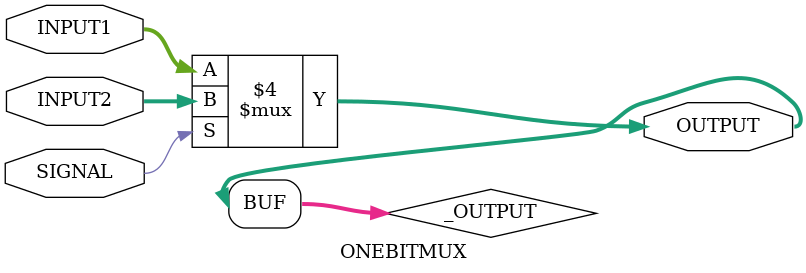
<source format=v>
module ONEBITMUX (

	input wire SIGNAL,
	input wire [31:0] INPUT1,
	input wire [31:0] INPUT2,

	output wire [31:0] OUTPUT

	);

	reg [31:0] _OUTPUT;
	assign OUTPUT = _OUTPUT;

	always@ (*) begin
		if (SIGNAL == 1'b0) _OUTPUT = INPUT1;
		else _OUTPUT = INPUT2; //SIGNAL = 1
	end

endmodule

</source>
